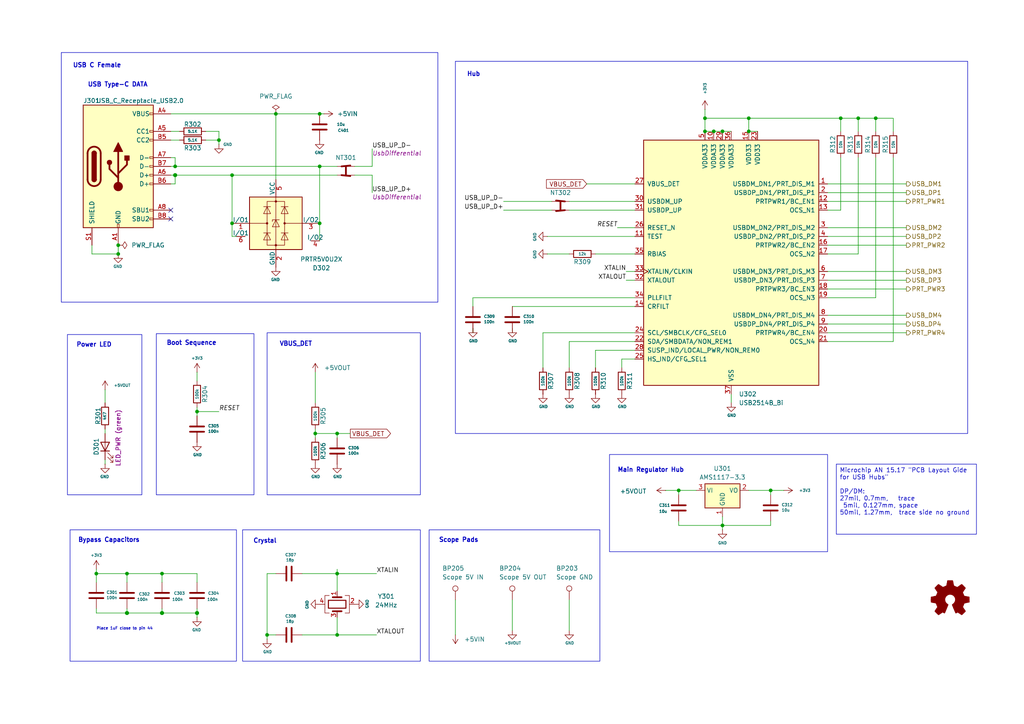
<source format=kicad_sch>
(kicad_sch (version 20250114) (generator "eeschema") (generator_version "9.0")
  (paper "A4")
  (title_block (title "Octohub4") (date "2026-01-11") (rev "0.1") (company "Hans Märki, Märki Informatik") (comment 1 "The MIT License (MIT)"))
  (lib_symbols
    (symbol "00_project_library:AMS1117-3.3"
      (property "Reference" "U" (at -3.81 3.175 0))
      (property "Value" "AMS1117-3.3" (at 0 3.175 0))
      (symbol "AMS1117-3.3_1_1"
        (pin power_in line (at -7.62 0 0) (length 2.54) (name "VI") (number "3"))
        (pin power_in line (at 0 -7.62 90) (length 2.54) (name "GND") (number "1"))
        (pin power_out line (at 7.62 0 180) (length 2.54) (name "VO") (number "2"))
      )
    )
    (symbol "00_project_library:C" (pin_numbers (hide yes)) (pin_names (offset 0.254))
      (property "Reference" "C" (at 0.635 2.54 0))
      (property "Value" "C" (at 0.635 -2.54 0))
      (symbol "C_1_1"
        (pin passive line (at 0 3.81 270) (length 2.794) (name "~") (number "1"))
        (pin passive line (at 0 -3.81 90) (length 2.794) (name "~") (number "2"))
      )
    )
    (symbol "00_project_library:HUB+5V" (power) (pin_numbers (hide yes)) (pin_names (offset 0) (hide yes))
      (property "Value" "HUB+5V" (at 0 3.556 0))
      (symbol "HUB+5V_1_1"
        (pin power_in line (at 0 0 90) (length 0) (name "~") (number "1"))
      )
    )
    (symbol "00_project_library:LED GREEN" (pin_numbers (hide yes)) (pin_names (offset 1.016) (hide yes))
      (property "Reference" "D" (at 0 2.54 0))
      (property "Value" "LED GREEN" (at 0 -2.54 0))
      (symbol "LED GREEN_1_1"
        (pin passive line (at -3.81 0 0) (length 2.54) (name "K") (number "1"))
        (pin passive line (at 3.81 0 180) (length 2.54) (name "A") (number "2"))
      )
    )
    (symbol "00_project_library:PRTR5V0U2X" (pin_names (offset 0))
      (property "Reference" "D" (at 2.794 8.636 0))
      (property "Value" "PRTR5V0U2X" (at 8.128 -9.398 0))
      (property "JLC" "C2937001" (at 0 0 0))
      (symbol "PRTR5V0U2X_1_0"
        (pin passive line (at -11.43 -3.81 0) (length 2.54) (name "I/O1") (number "6"))
        (pin passive line (at 12.7 -5.08 180) (length 2.54) (name "I/O2") (number "4"))
      )
      (symbol "PRTR5V0U2X_1_1"
        (pin passive line (at -12.7 0 0) (length 5.08) (name "I/O1") (number "1"))
        (pin passive line (at 0 12.7 270) (length 5.08) (name "VCC") (number "5"))
        (pin passive line (at 0 -12.7 90) (length 5.08) (name "GND") (number "2"))
        (pin passive line (at 12.7 0 180) (length 5.08) (name "I/O2") (number "3"))
      )
    )
    (symbol "00_project_library:USB_C_Receptacle_USB2.0" (pin_names (offset 1.016))
      (property "Reference" "J" (at -10.16 19.05 0))
      (property "Value" "USB_C_Receptacle_USB2.0" (at 19.05 19.05 0))
      (symbol "USB_C_Receptacle_USB2.0_1_1"
        (pin passive line (at -7.62 -22.86 90) (length 5.08) (name "SHIELD") (number "S1"))
        (pin passive line (at 0 -22.86 90) (length 5.08) (name "GND") (number "A1"))
        (pin passive line (at 0 -22.86 90) (length 5.08) (hide yes) (name "GND") (number "A12"))
        (pin passive line (at 0 -22.86 90) (length 5.08) (hide yes) (name "GND") (number "B1"))
        (pin passive line (at 0 -22.86 90) (length 5.08) (hide yes) (name "GND") (number "B12"))
        (pin passive line (at 15.24 15.24 180) (length 5.08) (name "VBUS") (number "A4"))
        (pin passive line (at 15.24 15.24 180) (length 5.08) (hide yes) (name "VBUS") (number "A9"))
        (pin passive line (at 15.24 15.24 180) (length 5.08) (hide yes) (name "VBUS") (number "B4"))
        (pin passive line (at 15.24 15.24 180) (length 5.08) (hide yes) (name "VBUS") (number "B9"))
        (pin bidirectional line (at 15.24 10.16 180) (length 5.08) (name "CC1") (number "A5"))
        (pin bidirectional line (at 15.24 7.62 180) (length 5.08) (name "CC2") (number "B5"))
        (pin bidirectional line (at 15.24 2.54 180) (length 5.08) (name "D-") (number "A7"))
        (pin bidirectional line (at 15.24 0 180) (length 5.08) (name "D-") (number "B7"))
        (pin bidirectional line (at 15.24 -2.54 180) (length 5.08) (name "D+") (number "A6"))
        (pin bidirectional line (at 15.24 -5.08 180) (length 5.08) (name "D+") (number "B6"))
        (pin bidirectional line (at 15.24 -12.7 180) (length 5.08) (name "SBU1") (number "A8"))
        (pin bidirectional line (at 15.24 -15.24 180) (length 5.08) (name "SBU2") (number "B8"))
      )
    )
    (symbol "00_project_library:octoprobe_NetTie_USB_Differential" (pin_numbers (hide yes)) (pin_names (offset 0) (hide yes)) (in_bom no)
      (property "Reference" "NT" (at 0 1.27 0))
      (symbol "octoprobe_NetTie_USB_Differential_1_1"
        (pin passive line (at -2.54 0 0) (length 2.54) (name "1") (number "1"))
        (pin passive line (at -2.54 -2.54 0) (length 2.54) (name "3") (number "3"))
        (pin passive line (at 2.54 0 180) (length 2.54) (name "2") (number "2"))
        (pin passive line (at 2.54 -2.54 180) (length 2.54) (name "4") (number "4"))
      )
    )
    (symbol "00_project_library:octoprobe_breakout_BP" (pin_numbers (hide yes)) (pin_names (offset 0.762) (hide yes))
      (property "Reference" "BP" (at 0 6.858 0))
      (property "Value" "octoprobe_prototype_board" (at 0 5.08 0))
      (symbol "octoprobe_breakout_BP_1_1"
        (pin passive line (at 0 0 90) (length 2.54) (name "1") (number "1"))
      )
    )
    (symbol "Device:Crystal_GND24" (pin_names (offset 1.016) (hide yes))
      (property "Reference" "Y" (at 3.175 5.08 0))
      (property "Value" "Crystal_GND24" (at 3.175 3.175 0))
      (symbol "Crystal_GND24_1_1"
        (pin passive line (at -3.81 0 0) (length 1.27) (name "1") (number "1"))
        (pin passive line (at 0 5.08 270) (length 1.27) (name "2") (number "2"))
        (pin passive line (at 0 -5.08 90) (length 1.27) (name "4") (number "4"))
        (pin passive line (at 3.81 0 180) (length 1.27) (name "3") (number "3"))
      )
    )
    (symbol "Device:R" (pin_numbers (hide yes)) (pin_names (offset 0))
      (property "Reference" "R" (at 2.032 0 90))
      (property "Value" "R" (at 0 0 90))
      (symbol "R_1_1"
        (pin passive line (at 0 3.81 270) (length 1.27) (name "~") (number "1"))
        (pin passive line (at 0 -3.81 90) (length 1.27) (name "~") (number "2"))
      )
    )
    (symbol "Graphic:Logo_Open_Hardware_Small" (in_bom no) (on_board no))
    (symbol "Interface_USB:USB2514B_Bi" (pin_names (offset 1.016))
      (property "Reference" "U" (at -17.78 40.64 0))
      (property "Value" "USB2514B_Bi" (at -20.32 38.1 0))
      (symbol "USB2514B_Bi_1_1"
        (pin input line (at -27.94 22.86 0) (length 2.54) (name "VBUS_DET") (number "27"))
        (pin bidirectional line (at -27.94 17.78 0) (length 2.54) (name "USBDM_UP") (number "30"))
        (pin bidirectional line (at -27.94 15.24 0) (length 2.54) (name "USBDP_UP") (number "31"))
        (pin input line (at -27.94 10.16 0) (length 2.54) (name "RESET_N") (number "26"))
        (pin input line (at -27.94 7.62 0) (length 2.54) (name "TEST") (number "11"))
        (pin input line (at -27.94 2.54 0) (length 2.54) (name "RBIAS") (number "35"))
        (pin input clock (at -27.94 -2.54 0) (length 2.54) (name "XTALIN/CLKIN") (number "33"))
        (pin output line (at -27.94 -5.08 0) (length 2.54) (name "XTALOUT") (number "32"))
        (pin input line (at -27.94 -10.16 0) (length 2.54) (name "PLLFILT") (number "34"))
        (pin input line (at -27.94 -12.7 0) (length 2.54) (name "CRFILT") (number "14"))
        (pin bidirectional line (at -27.94 -20.32 0) (length 2.54) (name "SCL/SMBCLK/CFG_SEL0") (number "24"))
        (pin bidirectional line (at -27.94 -22.86 0) (length 2.54) (name "SDA/SMBDATA/NON_REM1") (number "22"))
        (pin bidirectional line (at -27.94 -25.4 0) (length 2.54) (name "SUSP_IND/LOCAL_PWR/NON_REM0") (number "28"))
        (pin bidirectional line (at -27.94 -27.94 0) (length 2.54) (name "HS_IND/CFG_SEL1") (number "25"))
        (pin power_in line (at -7.62 38.1 270) (length 2.54) (name "VDDA33") (number "5"))
        (pin power_in line (at -5.08 38.1 270) (length 2.54) (name "VDDA33") (number "10"))
        (pin power_in line (at -2.54 38.1 270) (length 2.54) (name "VDDA33") (number "29"))
        (pin power_in line (at 0 38.1 270) (length 2.54) (name "VDDA33") (number "36"))
        (pin power_in line (at 0 -38.1 90) (length 2.54) (name "VSS") (number "37"))
        (pin power_in line (at 5.08 38.1 270) (length 2.54) (name "VDD33") (number "15"))
        (pin power_in line (at 7.62 38.1 270) (length 2.54) (name "VDD33") (number "23"))
        (pin bidirectional line (at 27.94 22.86 180) (length 2.54) (name "USBDM_DN1/PRT_DIS_M1") (number "1"))
        (pin bidirectional line (at 27.94 20.32 180) (length 2.54) (name "USBDP_DN1/PRT_DIS_P1") (number "2"))
        (pin bidirectional line (at 27.94 17.78 180) (length 2.54) (name "PRTPWR1/BC_EN1") (number "12"))
        (pin input line (at 27.94 15.24 180) (length 2.54) (name "OCS_N1") (number "13"))
        (pin bidirectional line (at 27.94 10.16 180) (length 2.54) (name "USBDM_DN2/PRT_DIS_M2") (number "3"))
        (pin bidirectional line (at 27.94 7.62 180) (length 2.54) (name "USBDP_DN2/PRT_DIS_P2") (number "4"))
        (pin bidirectional line (at 27.94 5.08 180) (length 2.54) (name "PRTPWR2/BC_EN2") (number "16"))
        (pin input line (at 27.94 2.54 180) (length 2.54) (name "OCS_N2") (number "17"))
        (pin bidirectional line (at 27.94 -2.54 180) (length 2.54) (name "USBDM_DN3/PRT_DIS_M3") (number "6"))
        (pin bidirectional line (at 27.94 -5.08 180) (length 2.54) (name "USBDP_DN3/PRT_DIS_P3") (number "7"))
        (pin bidirectional line (at 27.94 -7.62 180) (length 2.54) (name "PRTPWR3/BC_EN3") (number "18"))
        (pin input line (at 27.94 -10.16 180) (length 2.54) (name "OCS_N3") (number "19"))
        (pin bidirectional line (at 27.94 -15.24 180) (length 2.54) (name "USBDM_DN4/PRT_DIS_M4") (number "8"))
        (pin bidirectional line (at 27.94 -17.78 180) (length 2.54) (name "USBDP_DN4/PRT_DIS_P4") (number "9"))
        (pin bidirectional line (at 27.94 -20.32 180) (length 2.54) (name "PRTPWR4/BC_EN4") (number "20"))
        (pin input line (at 27.94 -22.86 180) (length 2.54) (name "OCS_N4") (number "21"))
      )
    )
    (symbol "power:+3V3" (power) (pin_numbers (hide yes)) (pin_names (offset 0) (hide yes))
      (property "Value" "+3V3" (at 0 3.556 0))
      (symbol "+3V3_1_1"
        (pin power_in line (at 0 0 90) (length 0) (name "~") (number "1"))
      )
    )
    (symbol "power:+5V" (power) (pin_numbers (hide yes)) (pin_names (offset 0) (hide yes))
      (property "Value" "+5V" (at 0 3.556 0))
      (symbol "+5V_1_1"
        (pin power_in line (at 0 0 90) (length 0) (name "~") (number "1"))
      )
    )
    (symbol "power:GND" (power) (pin_numbers (hide yes)) (pin_names (offset 0) (hide yes))
      (property "Value" "GND" (at 0 -3.81 0))
      (symbol "GND_1_1"
        (pin power_in line (at 0 0 270) (length 0) (name "~") (number "1"))
      )
    )
    (symbol "power:PWR_FLAG" (power) (pin_numbers (hide yes)) (pin_names (offset 0) (hide yes))
      (property "Value" "PWR_FLAG" (at 0 3.81 0))
      (symbol "PWR_FLAG_0_0"
        (pin power_out line (at 0 0 90) (length 0) (name "~") (number "1"))
      )
    )
  )
  (rectangle (start 176.784 131.826) (end 240.03 160.02))
  (rectangle (start 17.78 15.24) (end 127 87.63))
  (rectangle (start 20.32 153.67) (end 68.58 191.77))
  (rectangle (start 70.358 153.67) (end 121.92 191.77))
  (rectangle (start 124.46 153.67) (end 173.99 191.77))
  (rectangle (start 45.339 96.774) (end 73.66 143.51))
  (rectangle (start 19.558 97.028) (end 41.148 143.51))
  (rectangle (start 77.47 96.52) (end 121.92 143.51))
  (rectangle (start 132.08 17.78) (end 280.67 125.73))
  (text "Scope Pads" (at 127.254 157.48 0) (effects (font (size 1.27 1.27) (thickness 0.254) (bold yes)) (justify left bottom)))
  (text "Crystal" (at 73.406 157.734 0) (effects (font (size 1.27 1.27) (thickness 0.254) (bold yes)) (justify left bottom)))
  (text "USB Type-C DATA" (at 25.4 25.4 0) (effects (font (size 1.27 1.27) (thickness 0.254) (bold yes)) (justify left bottom)))
  (text "Place 1uF close to pin 44" (at 27.94 182.88 0) (effects (font (size 0.8 0.8)) (justify left bottom)))
  (text "Power LED" (at 22.098 100.838 0) (effects (font (size 1.27 1.27) (thickness 0.254) (bold yes)) (justify left bottom)))
  (text "Hub" (at 135.382 22.352 0) (effects (font (size 1.27 1.27) (thickness 0.254) (bold yes)) (justify left bottom)))
  (text "Bypass Capacitors" (at 22.606 157.48 0) (effects (font (size 1.27 1.27) (thickness 0.254) (bold yes)) (justify left bottom)))
  (text "USB C Female" (at 21.082 19.812 0) (effects (font (size 1.27 1.27) (thickness 0.254) (bold yes)) (justify left bottom)))
  (text "Main Regulator Hub" (at 179.07 137.16 0) (effects (font (size 1.27 1.27) (thickness 0.254) (bold yes)) (justify left bottom)))
  (text "VBUS_DET" (at 81.026 100.584 0) (effects (font (size 1.27 1.27) (thickness 0.254) (bold yes)) (justify left bottom)))
  (text "Boot Sequence" (at 48.26 100.33 0) (effects (font (size 1.27 1.27) (thickness 0.254) (bold yes)) (justify left bottom)))
  (text_box "Microchip AN 15.17 \"PCB Layout Gide for USB Hubs\"\n\nDP/DM:\n27mil, 0.7mm,   trace\n 5mil, 0.127mm, space\n50mil, 1.27mm,  trace side no ground" (at 242.57 134.62 0) (size 40.64 20.32) (margins 0.9525 0.9525 0.9525 0.9525) (effects (font (size 1.27 1.27)) (justify left top)))
  (junction (at 92.71 33.02))
  (junction (at 217.17 34.29))
  (junction (at 77.47 184.15))
  (junction (at 80.01 33.02))
  (junction (at 50.8 50.8) (diameter 1.016))
  (junction (at 254 34.29))
  (junction (at 36.83 166.37))
  (junction (at 50.8 48.26))
  (junction (at 63.5 40.64))
  (junction (at 97.79 125.73))
  (junction (at 57.15 177.8) (diameter 1.016))
  (junction (at 57.15 119.38))
  (junction (at 34.29 73.66))
  (junction (at 92.71 48.26))
  (junction (at 92.71 64.77))
  (junction (at 97.79 184.15))
  (junction (at 67.31 50.8))
  (junction (at 207.01 38.1))
  (junction (at 196.85 142.24))
  (junction (at 46.99 166.37))
  (junction (at 248.92 34.29))
  (junction (at 34.29 71.12))
  (junction (at 204.47 38.1))
  (junction (at 91.44 125.73))
  (junction (at 67.31 64.77))
  (junction (at 223.52 142.24))
  (junction (at 97.79 166.37))
  (junction (at 217.17 38.1))
  (junction (at 209.55 38.1))
  (junction (at 243.84 34.29))
  (junction (at 209.55 152.4))
  (junction (at 27.94 166.37))
  (junction (at 46.99 177.8) (diameter 1.016))
  (junction (at 204.47 34.29))
  (junction (at 36.83 177.8) (diameter 1.016))
  (no_connect (at 49.53 63.5))
  (no_connect (at 49.53 60.96))
  (wire (pts (xy 240.03 96.52) (xy 262.89 96.52)))
  (wire (pts (xy 217.17 142.24) (xy 223.52 142.24)))
  (wire (pts (xy 107.95 43.18) (xy 107.95 48.26)))
  (wire (pts (xy 30.48 133.35) (xy 30.48 134.62)))
  (wire (pts (xy 92.71 48.26) (xy 92.71 64.77)))
  (wire (pts (xy 49.53 50.8) (xy 50.8 50.8)))
  (wire (pts (xy 240.03 53.34) (xy 262.89 53.34)))
  (wire (pts (xy 27.94 166.37) (xy 36.83 166.37)))
  (wire (pts (xy 180.34 104.14) (xy 184.15 104.14)))
  (wire (pts (xy 212.09 116.84) (xy 212.09 114.3)))
  (wire (pts (xy 193.04 142.24) (xy 196.85 142.24)))
  (wire (pts (xy 27.94 176.53) (xy 27.94 177.8)))
  (wire (pts (xy 50.8 50.8) (xy 67.31 50.8)))
  (wire (pts (xy 180.34 106.68) (xy 180.34 104.14)))
  (wire (pts (xy 77.47 184.15) (xy 80.01 184.15)))
  (wire (pts (xy 207.01 38.1) (xy 209.55 38.1)))
  (wire (pts (xy 165.1 58.42) (xy 184.15 58.42)))
  (wire (pts (xy 49.53 38.1) (xy 52.07 38.1)))
  (wire (pts (xy 240.03 78.74) (xy 262.89 78.74)))
  (wire (pts (xy 259.08 34.29) (xy 254 34.29)))
  (wire (pts (xy 181.61 78.74) (xy 184.15 78.74)))
  (wire (pts (xy 165.1 99.06) (xy 184.15 99.06)))
  (wire (pts (xy 196.85 152.4) (xy 209.55 152.4)))
  (wire (pts (xy 91.44 124.46) (xy 91.44 125.73)))
  (wire (pts (xy 165.1 173.99) (xy 165.1 182.88)))
  (wire (pts (xy 240.03 99.06) (xy 259.08 99.06)))
  (wire (pts (xy 67.31 68.58) (xy 67.31 64.77)))
  (wire (pts (xy 201.93 142.24) (xy 196.85 142.24)))
  (wire (pts (xy 91.44 125.73) (xy 91.44 127)))
  (wire (pts (xy 240.03 71.12) (xy 262.89 71.12)))
  (wire (pts (xy 243.84 34.29) (xy 217.17 34.29)))
  (wire (pts (xy 36.83 176.53) (xy 36.83 177.8)))
  (wire (pts (xy 26.67 73.66) (xy 34.29 73.66)))
  (wire (pts (xy 77.47 184.15) (xy 77.47 185.42)))
  (wire (pts (xy 254 34.29) (xy 248.92 34.29)))
  (wire (pts (xy 57.15 107.95) (xy 57.15 110.49)))
  (wire (pts (xy 49.53 45.72) (xy 50.8 45.72)))
  (wire (pts (xy 217.17 34.29) (xy 204.47 34.29)))
  (wire (pts (xy 243.84 60.96) (xy 243.84 45.72)))
  (wire (pts (xy 92.71 64.77) (xy 92.71 69.85)))
  (wire (pts (xy 209.55 152.4) (xy 223.52 152.4)))
  (wire (pts (xy 91.44 107.95) (xy 91.44 116.84)))
  (wire (pts (xy 254 34.29) (xy 254 38.1)))
  (wire (pts (xy 157.48 96.52) (xy 184.15 96.52)))
  (wire (pts (xy 57.15 166.37) (xy 57.15 168.91)))
  (wire (pts (xy 91.44 125.73) (xy 97.79 125.73)))
  (wire (pts (xy 49.53 33.02) (xy 80.01 33.02)))
  (wire (pts (xy 67.31 50.8) (xy 67.31 64.77)))
  (wire (pts (xy 196.85 151.13) (xy 196.85 152.4)))
  (wire (pts (xy 59.69 40.64) (xy 63.5 40.64)))
  (wire (pts (xy 204.47 34.29) (xy 204.47 38.1)))
  (wire (pts (xy 240.03 60.96) (xy 243.84 60.96)))
  (wire (pts (xy 259.08 99.06) (xy 259.08 45.72)))
  (wire (pts (xy 26.67 71.12) (xy 26.67 73.66)))
  (wire (pts (xy 248.92 34.29) (xy 243.84 34.29)))
  (wire (pts (xy 63.5 38.1) (xy 63.5 40.64)))
  (wire (pts (xy 223.52 142.24) (xy 227.33 142.24)))
  (wire (pts (xy 97.79 165.1) (xy 97.79 166.37)))
  (wire (pts (xy 57.15 119.38) (xy 57.15 120.65)))
  (wire (pts (xy 259.08 38.1) (xy 259.08 34.29)))
  (wire (pts (xy 34.29 71.12) (xy 34.29 73.66)))
  (wire (pts (xy 148.59 88.9) (xy 184.15 88.9)))
  (wire (pts (xy 80.01 33.02) (xy 92.71 33.02)))
  (wire (pts (xy 30.48 124.46) (xy 30.48 125.73)))
  (wire (pts (xy 49.53 53.34) (xy 50.8 53.34)))
  (wire (pts (xy 217.17 34.29) (xy 217.17 38.1)))
  (wire (pts (xy 240.03 86.36) (xy 254 86.36)))
  (wire (pts (xy 97.79 184.15) (xy 109.22 184.15)))
  (wire (pts (xy 107.95 50.8) (xy 102.87 50.8)))
  (wire (pts (xy 27.94 177.8) (xy 36.83 177.8)))
  (wire (pts (xy 165.1 106.68) (xy 165.1 99.06)))
  (wire (pts (xy 172.72 101.6) (xy 172.72 106.68)))
  (wire (pts (xy 240.03 66.04) (xy 262.89 66.04)))
  (wire (pts (xy 132.08 173.99) (xy 132.08 184.15)))
  (wire (pts (xy 240.03 68.58) (xy 262.89 68.58)))
  (wire (pts (xy 209.55 152.4) (xy 209.55 153.67)))
  (wire (pts (xy 80.01 33.02) (xy 80.01 52.07)))
  (wire (pts (xy 157.48 96.52) (xy 157.48 106.68)))
  (wire (pts (xy 240.03 83.82) (xy 262.89 83.82)))
  (wire (pts (xy 97.79 125.73) (xy 97.79 127)))
  (wire (pts (xy 46.99 166.37) (xy 57.15 166.37)))
  (wire (pts (xy 240.03 55.88) (xy 262.89 55.88)))
  (wire (pts (xy 97.79 166.37) (xy 97.79 171.45)))
  (wire (pts (xy 146.05 58.42) (xy 160.02 58.42)))
  (wire (pts (xy 137.16 86.36) (xy 184.15 86.36)))
  (wire (pts (xy 107.95 55.88) (xy 107.95 50.8)))
  (wire (pts (xy 49.53 48.26) (xy 50.8 48.26)))
  (wire (pts (xy 217.17 38.1) (xy 219.71 38.1)))
  (wire (pts (xy 209.55 38.1) (xy 212.09 38.1)))
  (wire (pts (xy 36.83 166.37) (xy 36.83 168.91)))
  (wire (pts (xy 248.92 34.29) (xy 248.92 38.1)))
  (wire (pts (xy 59.69 38.1) (xy 63.5 38.1)))
  (wire (pts (xy 27.94 166.37) (xy 27.94 168.91)))
  (wire (pts (xy 196.85 142.24) (xy 196.85 143.51)))
  (wire (pts (xy 172.72 73.66) (xy 184.15 73.66)))
  (wire (pts (xy 137.16 86.36) (xy 137.16 88.9)))
  (wire (pts (xy 204.47 38.1) (xy 207.01 38.1)))
  (wire (pts (xy 97.79 166.37) (xy 109.22 166.37)))
  (wire (pts (xy 87.63 166.37) (xy 97.79 166.37)))
  (wire (pts (xy 36.83 177.8) (xy 46.99 177.8)))
  (wire (pts (xy 49.53 40.64) (xy 52.07 40.64)))
  (wire (pts (xy 63.5 40.64) (xy 63.5 41.91)))
  (wire (pts (xy 27.94 165.1) (xy 27.94 166.37)))
  (wire (pts (xy 57.15 177.8) (xy 57.15 179.07)))
  (wire (pts (xy 158.75 68.58) (xy 184.15 68.58)))
  (wire (pts (xy 57.15 118.11) (xy 57.15 119.38)))
  (wire (pts (xy 92.71 48.26) (xy 97.79 48.26)))
  (wire (pts (xy 97.79 179.07) (xy 97.79 184.15)))
  (wire (pts (xy 46.99 177.8) (xy 57.15 177.8)))
  (wire (pts (xy 77.47 166.37) (xy 80.01 166.37)))
  (wire (pts (xy 179.07 66.04) (xy 184.15 66.04)))
  (wire (pts (xy 254 86.36) (xy 254 45.72)))
  (wire (pts (xy 67.31 50.8) (xy 97.79 50.8)))
  (wire (pts (xy 67.31 68.58) (xy 68.58 68.58)))
  (wire (pts (xy 137.16 95.25) (xy 137.16 96.52)))
  (wire (pts (xy 204.47 31.75) (xy 204.47 34.29)))
  (wire (pts (xy 148.59 95.25) (xy 148.59 96.52)))
  (wire (pts (xy 57.15 119.38) (xy 63.5 119.38)))
  (wire (pts (xy 57.15 176.53) (xy 57.15 177.8)))
  (wire (pts (xy 262.89 58.42) (xy 240.03 58.42)))
  (wire (pts (xy 223.52 151.13) (xy 223.52 152.4)))
  (wire (pts (xy 50.8 53.34) (xy 50.8 50.8)))
  (wire (pts (xy 248.92 73.66) (xy 248.92 45.72)))
  (wire (pts (xy 181.61 81.28) (xy 184.15 81.28)))
  (wire (pts (xy 240.03 73.66) (xy 248.92 73.66)))
  (wire (pts (xy 107.95 48.26) (xy 102.87 48.26)))
  (wire (pts (xy 30.48 113.03) (xy 30.48 116.84)))
  (wire (pts (xy 223.52 142.24) (xy 223.52 143.51)))
  (wire (pts (xy 146.05 60.96) (xy 160.02 60.96)))
  (wire (pts (xy 46.99 176.53) (xy 46.99 177.8)))
  (wire (pts (xy 170.18 53.34) (xy 184.15 53.34)))
  (wire (pts (xy 240.03 91.44) (xy 262.89 91.44)))
  (wire (pts (xy 36.83 166.37) (xy 46.99 166.37)))
  (wire (pts (xy 209.55 149.86) (xy 209.55 152.4)))
  (wire (pts (xy 46.99 166.37) (xy 46.99 168.91)))
  (wire (pts (xy 148.59 173.99) (xy 148.59 182.88)))
  (wire (pts (xy 77.47 166.37) (xy 77.47 184.15)))
  (wire (pts (xy 240.03 81.28) (xy 262.89 81.28)))
  (wire (pts (xy 165.1 60.96) (xy 184.15 60.96)))
  (wire (pts (xy 50.8 48.26) (xy 92.71 48.26)))
  (wire (pts (xy 158.75 73.66) (xy 165.1 73.66)))
  (wire (pts (xy 243.84 34.29) (xy 243.84 38.1)))
  (wire (pts (xy 50.8 45.72) (xy 50.8 48.26)))
  (wire (pts (xy 87.63 184.15) (xy 97.79 184.15)))
  (wire (pts (xy 240.03 93.98) (xy 262.89 93.98)))
  (wire (pts (xy 92.71 33.02) (xy 93.98 33.02)))
  (wire (pts (xy 172.72 101.6) (xy 184.15 101.6)))
  (wire (pts (xy 101.6 125.73) (xy 97.79 125.73)))
  (label "USB_UP_D+" (at 146.05 60.96 180))
  (label "USB_UP_D+" (at 107.95 55.88 0) (property "Netclass" "UsbDifferential" (at 107.95 57.15 0) (effects (font (italic yes)) (justify left))))
  (label "XTALOUT" (at 181.61 81.28 180))
  (label "RESET" (at 179.07 66.04 180) (effects (font (italic yes))))
  (label "XTALIN" (at 181.61 78.74 180))
  (label "USB_UP_D-" (at 107.95 43.18 0) (property "Netclass" "UsbDifferential" (at 107.95 44.45 0) (effects (font (italic yes)) (justify left))))
  (label "XTALOUT" (at 109.22 184.15 0))
  (label "RESET" (at 63.5 119.38 0) (effects (font (italic yes))))
  (label "XTALIN" (at 109.22 166.37 0))
  (label "USB_UP_D-" (at 146.05 58.42 180))
  (global_label "VBUS_DET" (shape output) (at 101.6 125.73 0) (property "Intersheetrefs" "${INTERSHEET_REFS}" (effects (hide yes))))
  (global_label "VBUS_DET" (shape input) (at 170.18 53.34 180) (property "Intersheetrefs" "${INTERSHEET_REFS}" (effects (hide yes))))
  (hierarchical_label "USB_DM1" (shape output) (at 262.89 53.34 0))
  (hierarchical_label "USB_DP3" (shape output) (at 262.89 81.28 0))
  (hierarchical_label "PRT_PWR2" (shape output) (at 262.89 71.12 0))
  (hierarchical_label "USB_DP1" (shape output) (at 262.89 55.88 0))
  (hierarchical_label "USB_DM2" (shape output) (at 262.89 66.04 0))
  (hierarchical_label "PRT_PWR1" (shape output) (at 262.89 58.42 0))
  (hierarchical_label "USB_DP2" (shape output) (at 262.89 68.58 0))
  (hierarchical_label "USB_DM3" (shape output) (at 262.89 78.74 0))
  (hierarchical_label "USB_DP4" (shape output) (at 262.89 93.98 0))
  (hierarchical_label "PRT_PWR4" (shape output) (at 262.89 96.52 0))
  (hierarchical_label "PRT_PWR3" (shape output) (at 262.89 83.82 0))
  (hierarchical_label "USB_DM4" (shape output) (at 262.89 91.44 0))
  (symbol (lib_id "power:GND") (at 180.34 114.3 0) (unit 1)
    (property "Reference" "#PWR0324" (effects (hide yes)))
    (property "Value" "GND" (at 180.467 117.9322 0) (effects (font (size 0.8 0.8))))
    (property "Description" "Power symbol creates a global label with name \"GND\" , ground" (effects (hide yes)))
  )
  (symbol (lib_id "Device:R") (at 254 41.91 0) (unit 1)
    (property "Reference" "R314" (at 251.714 41.91 90))
    (property "Value" "10k" (at 254 41.91 90) (effects (font (size 0.8 0.8))))
    (property "Footprint" "Resistor_SMD:R_0402_1005Metric" (effects (hide yes)))
    (instances (project "pcb_octohub" (path "" (reference "R314") (unit 1))) (project "pcb_octohub" (path "" (reference "R1109") (unit 1))))
  )
  (symbol (lib_id "power:+3V3") (at 27.94 165.1 0) (unit 1)
    (property "Reference" "#PWR0301" (effects (hide yes)))
    (property "Value" "+3V3" (at 27.94 161.036 0) (effects (font (size 0.8 0.8))))
    (property "Description" "Power symbol creates a global label with name \"+3V3\"" (effects (hide yes)))
  )
  (symbol (lib_id "power:GND") (at 102.87 175.26 90) (unit 1)
    (property "Reference" "#PWR0316" (effects (hide yes)))
    (property "Value" "GND" (at 106.5022 175.133 0) (effects (font (size 0.8 0.8))))
    (property "Description" "Power symbol creates a global label with name \"GND\" , ground" (effects (hide yes)))
    (instances (project "pcb_octohub" (path "" (reference "#PWR0316") (unit 1))) (project "pcb_octohub" (path "" (reference "#PWR01106") (unit 1))))
  )
  (symbol (lib_id "00_project_library:C") (at 196.85 147.32 0) (unit 1)
    (property "Reference" "C311" (at 191.135 146.5326 0) (effects (font (size 0.8 0.8)) (justify left)))
    (property "Value" "10u" (at 191.135 148.336 0) (effects (font (size 0.8 0.8)) (justify left)))
    (property "Footprint" "Capacitor_SMD:C_0603_1608Metric" (effects (hide yes)))
  )
  (symbol (lib_id "00_project_library:HUB+5V") (at 93.98 33.02 270) (unit 1)
    (property "Reference" "#PWR0313" (effects (hide yes)))
    (property "Value" "+5VIN" (at 97.79 33.0199 90) (effects (justify left)))
    (property "Description" "Power symbol creates a global label with name \"+5V\"" (effects (hide yes)))
  )
  (symbol (lib_id "power:GND") (at 57.15 179.07 0) (unit 1)
    (property "Reference" "#PWR0305" (effects (hide yes)))
    (property "Value" "GND" (at 57.023 182.7022 0) (effects (font (size 0.8 0.8))))
    (property "Description" "Power symbol creates a global label with name \"GND\" , ground" (effects (hide yes)))
    (instances (project "pcb_octohub" (path "" (reference "#PWR0305") (unit 1))) (project "pcb_octohub" (path "" (reference "#PWR01104") (unit 1))))
  )
  (symbol (lib_id "power:GND") (at 63.5 41.91 0) (unit 1)
    (property "Reference" "#PWR0308" (effects (hide yes)))
    (property "Value" "GND" (at 66.04 41.91 0) (effects (font (size 0.8 0.8))))
    (property "Description" "Power symbol creates a global label with name \"GND\" , ground" (effects (hide yes)))
  )
  (symbol (lib_id "00_project_library:C") (at 27.94 172.72 0) (unit 1)
    (property "Reference" "C301" (at 30.861 171.8056 0) (effects (font (size 0.8 0.8)) (justify left)))
    (property "Value" "100n" (at 30.861 173.355 0) (effects (font (size 0.8 0.8)) (justify left)))
    (property "Footprint" "Capacitor_SMD:C_0402_1005Metric" (effects (hide yes)))
    (property "JLC" "C1525" (effects (hide yes)))
    (instances (project "pcb_octohub" (path "" (reference "C301") (unit 1))) (project "pcb_octohub" (path "" (reference "C1101") (unit 1))))
  )
  (symbol (lib_id "power:+3V3") (at 57.15 107.95 0) (unit 1)
    (property "Reference" "#PWR0306" (effects (hide yes)))
    (property "Value" "+3V3" (at 57.15 103.886 0) (effects (font (size 0.8 0.8))))
    (property "Description" "Power symbol creates a global label with name \"+3V3\"" (effects (hide yes)))
    (instances (project "pcb_octohub" (path "" (reference "#PWR0306") (unit 1))) (project "pcb_octohub" (path "" (reference "#PWR01102") (unit 1))))
  )
  (symbol (lib_id "Device:Crystal_GND24") (at 97.79 175.26 270) (unit 1)
    (property "Reference" "Y301" (at 112.014 172.974 90))
    (property "Value" "24MHz" (at 112.014 175.514 90))
    (property "Footprint" "Crystal:Crystal_SMD_3225-4Pin_3.2x2.5mm" (effects (hide yes)))
    (property "Datasheet" "https://wmsc.lcsc.com/wmsc/upload/file/pdf/v2/lcsc/2403291504_YXC-X322524MOB4SI_C70590.pdf" (effects (hide yes)))
    (property "Description" "Four pin crystal, GND on pins 2 and 4" (effects (hide yes)))
    (property "JLC" "C70590" (effects (hide yes)))
    (instances (project "pcb_octohub" (path "" (reference "Y301") (unit 1))) (project "pcb_octohub" (path "" (reference "Y1101") (unit 1))))
  )
  (symbol (lib_id "Interface_USB:USB2514B_Bi") (at 212.09 76.2 0) (unit 1)
    (property "Reference" "U302" (at 214.2841 114.3 0) (effects (justify left)))
    (property "Value" "USB2514B_Bi" (at 214.2841 116.84 0) (effects (justify left)))
    (property "Footprint" "Package_DFN_QFN:Texas_RHH0036C_VQFN-36-1EP_6x6mm_P0.5mm_EP4.4x4.4mm_ThermalVias" (effects (hide yes)))
    (property "Datasheet" "http://ww1.microchip.com/downloads/en/DeviceDoc/00001692C.pdf" (effects (hide yes)))
    (property "Description" "USB 2.0 Hi-Speed Hub Controller" (effects (hide yes)))
    (property "JLC" "C16251" (effects (hide yes)))
    (instances (project "pcb_octohub" (path "" (reference "U302") (unit 1))) (project "pcb_octohub" (path "" (reference "U1101") (unit 1))))
  )
  (symbol (lib_id "Device:R") (at 91.44 130.81 180) (unit 1)
    (property "Reference" "R306" (at 93.726 130.81 90))
    (property "Value" "100k" (at 91.44 130.81 90) (effects (font (size 0.8 0.8))))
    (property "Footprint" "Resistor_SMD:R_0402_1005Metric" (effects (hide yes)))
  )
  (symbol (lib_id "00_project_library:C") (at 46.99 172.72 0) (unit 1)
    (property "Reference" "C303" (at 50.419 172.0596 0) (effects (font (size 0.8 0.8)) (justify left)))
    (property "Value" "100n" (at 49.911 173.863 0) (effects (font (size 0.8 0.8)) (justify left)))
    (property "Footprint" "Capacitor_SMD:C_0402_1005Metric" (effects (hide yes)))
    (property "JLC" "C1525" (effects (hide yes)))
    (instances (project "pcb_octohub" (path "" (reference "C303") (unit 1))) (project "pcb_octohub" (path "" (reference "C1104") (unit 1))))
  )
  (symbol (lib_id "power:GND") (at 157.48 114.3 0) (unit 1)
    (property "Reference" "#PWR0319" (effects (hide yes)))
    (property "Value" "GND" (at 157.607 117.9322 0) (effects (font (size 0.8 0.8))))
    (property "Description" "Power symbol creates a global label with name \"GND\" , ground" (effects (hide yes)))
    (instances (project "pcb_octohub" (path "" (reference "#PWR0319") (unit 1))) (project "pcb_octohub" (path "" (reference "#PWR01111") (unit 1))))
  )
  (symbol (lib_id "power:GND") (at 57.15 128.27 0) (unit 1)
    (property "Reference" "#PWR0307" (effects (hide yes)))
    (property "Value" "GND" (at 57.277 131.9022 0) (effects (font (size 0.8 0.8))))
    (property "Description" "Power symbol creates a global label with name \"GND\" , ground" (effects (hide yes)))
    (instances (project "pcb_octohub" (path "" (reference "#PWR0307") (unit 1))) (project "pcb_octohub" (path "" (reference "#PWR01103") (unit 1))))
  )
  (symbol (lib_id "Device:R") (at 30.48 120.65 180) (unit 1)
    (property "Reference" "R301" (at 28.448 120.65 90))
    (property "Value" "4K7" (at 30.3784 120.65 90) (effects (font (size 0.8 0.8))))
    (property "Footprint" "Resistor_SMD:R_0805_2012Metric" (effects (hide yes)))
  )
  (symbol (lib_id "00_project_library:HUB+5V") (at 91.44 107.95 0) (unit 1)
    (property "Reference" "#PWR0310" (effects (hide yes)))
    (property "Value" "+5VOUT" (at 93.98 106.6799 0) (effects (justify left)))
    (property "Description" "Power symbol creates a global label with name \"+5V\"" (effects (hide yes)))
  )
  (symbol (lib_id "00_project_library:octoprobe_NetTie_USB_Differential") (at 100.33 48.26 0) (unit 1) (in_bom no)
    (property "Reference" "NT301" (at 100.33 45.72 0))
    (property "Value" "octoprobe_NetTie_USB_Differential" (effects (hide yes)))
    (property "Footprint" "00_project_library:octoprobe_NetTie_USB_Differential" (effects (hide yes)))
    (property "Description" "Net tie, 4 pins" (effects (hide yes)))
  )
  (symbol (lib_id "power:GND") (at 97.79 134.62 0) (unit 1)
    (property "Reference" "#PWR0314" (effects (hide yes)))
    (property "Value" "GND" (at 97.917 138.2522 0) (effects (font (size 0.8 0.8))))
    (property "Description" "Power symbol creates a global label with name \"GND\" , ground" (effects (hide yes)))
  )
  (symbol (lib_id "00_project_library:octoprobe_NetTie_USB_Differential") (at 162.56 60.96 180) (unit 1) (in_bom no)
    (property "Reference" "NT302" (at 162.56 55.88 0))
    (property "Value" "octoprobe_NetTie_USB_Differential" (effects (hide yes)))
    (property "Footprint" "00_project_library:octoprobe_NetTie_USB_Differential" (effects (hide yes)))
    (property "Description" "Net tie, 4 pins" (effects (hide yes)))
  )
  (symbol (lib_id "00_project_library:USB_C_Receptacle_USB2.0") (at 34.29 48.26 0) (unit 1)
    (property "Reference" "J301" (at 24.13 29.21 0) (effects (justify left)))
    (property "Value" "USB_C_Receptacle_USB2.0" (at 53.34 29.21 0) (effects (justify right)))
    (property "Footprint" "00_project_library:USB_C_Receptacle_Palconn_UTC16-G" (effects (hide yes)))
    (property "Datasheet" "https://www.usb.org/sites/default/files/documents/usb_type-c.zip" (effects (hide yes)))
    (property "Description" "USB 2.0-only Type-C Receptacle connector" (effects (hide yes)))
    (property "JLC" "C165948" (effects (hide yes)))
    (property "DigiKey" "https://www.digikey.com/en/products/detail/gct/USB4105-GF-A/11198441" (effects (hide yes)))
    (property "Digikey" "https://www.digikey.com/en/products/detail/gct/USB4105-GF-A/11198441" (effects (hide yes)))
  )
  (symbol (lib_id "power:+5V") (at 132.08 184.15 180) (unit 1)
    (property "Reference" "#PWR0203" (effects (hide yes)))
    (property "Value" "+5VIN" (at 134.62 185.4199 0) (effects (justify right)))
    (property "Description" "Power symbol creates a global label with name \"+5V\"" (effects (hide yes)))
  )
  (symbol (lib_id "power:GND") (at 92.71 40.64 0) (unit 1)
    (property "Reference" "#PWR0402" (effects (hide yes)))
    (property "Value" "GND" (at 92.583 44.2722 0) (effects (font (size 0.8 0.8))))
    (property "Description" "Power symbol creates a global label with name \"GND\" , ground" (effects (hide yes)))
  )
  (symbol (lib_id "power:GND") (at 34.29 73.66 0) (unit 1)
    (property "Reference" "#PWR0304" (effects (hide yes)))
    (property "Value" "GND" (at 34.163 77.2922 0) (effects (font (size 0.8 0.8))))
    (property "Description" "Power symbol creates a global label with name \"GND\" , ground" (effects (hide yes)))
  )
  (symbol (lib_id "00_project_library:C") (at 57.15 124.46 0) (unit 1)
    (property "Reference" "C305" (at 60.325 123.5456 0) (effects (font (size 0.8 0.8)) (justify left)))
    (property "Value" "100n" (at 60.325 125.095 0) (effects (font (size 0.8 0.8)) (justify left)))
    (property "Footprint" "Capacitor_SMD:C_0402_1005Metric" (effects (hide yes)))
    (property "JLC" "C1525" (effects (hide yes)))
    (instances (project "pcb_octohub" (path "" (reference "C305") (unit 1))) (project "pcb_octohub" (path "" (reference "C1102") (unit 1))))
  )
  (symbol (lib_id "power:GND") (at 209.55 153.67 0) (unit 1)
    (property "Reference" "#PWR0327" (effects (hide yes)))
    (property "Value" "GND" (at 209.55 157.48 0) (effects (font (size 0.8 0.8))))
    (property "Description" "Power symbol creates a global label with name \"GND\" , ground" (effects (hide yes)))
  )
  (symbol (lib_id "power:GND") (at 80.01 77.47 0) (unit 1)
    (property "Reference" "#PWR0309" (effects (hide yes)))
    (property "Value" "GND" (at 79.883 81.1022 0) (effects (font (size 0.8 0.8))))
    (property "Description" "Power symbol creates a global label with name \"GND\" , ground" (effects (hide yes)))
  )
  (symbol (lib_id "00_project_library:LED GREEN") (at 30.48 129.54 90) (unit 1)
    (property "Reference" "D301" (at 27.94 129.54 0))
    (property "Value" "green" (effects (hide yes)))
    (property "Footprint" "LED_SMD:LED_0805_2012Metric" (effects (hide yes)))
    (property "JLC" "C2297" (effects (hide yes)))
    (property "Label" "LED_PWR (green)" (at 34.29 127 0))
  )
  (symbol (lib_id "00_project_library:C") (at 97.79 130.81 0) (unit 1)
    (property "Reference" "C306" (at 100.965 129.8956 0) (effects (font (size 0.8 0.8)) (justify left)))
    (property "Value" "100n" (at 100.965 131.445 0) (effects (font (size 0.8 0.8)) (justify left)))
    (property "Footprint" "Capacitor_SMD:C_0402_1005Metric" (effects (hide yes)))
    (property "JLC" "C1525" (effects (hide yes)))
  )
  (symbol (lib_id "Device:R") (at 157.48 110.49 180) (unit 1)
    (property "Reference" "R307" (at 159.766 110.49 90))
    (property "Value" "100k" (at 157.48 110.49 90) (effects (font (size 0.8 0.8))))
    (property "Footprint" "Resistor_SMD:R_0402_1005Metric" (effects (hide yes)))
    (instances (project "pcb_octohub" (path "" (reference "R307") (unit 1))) (project "pcb_octohub" (path "" (reference "R1102") (unit 1))))
  )
  (symbol (lib_id "power:PWR_FLAG") (at 34.29 71.12 270) (unit 1)
    (property "Reference" "#FLG0301" (effects (hide yes)))
    (property "Value" "PWR_FLAG" (at 38.1 71.1199 90) (effects (justify left)))
    (property "Description" "Special symbol for telling ERC where power comes from" (effects (hide yes)))
  )
  (symbol (lib_id "power:GND") (at 158.75 68.58 270) (unit 1)
    (property "Reference" "#PWR0320" (effects (hide yes)))
    (property "Value" "GND" (at 155.1178 68.707 0) (effects (font (size 0.8 0.8))))
    (property "Description" "Power symbol creates a global label with name \"GND\" , ground" (effects (hide yes)))
    (instances (project "pcb_octohub" (path "" (reference "#PWR0320") (unit 1))) (project "pcb_octohub" (path "" (reference "#PWR01112") (unit 1))))
  )
  (symbol (lib_id "Device:R") (at 172.72 110.49 180) (unit 1)
    (property "Reference" "R310" (at 175.006 110.49 90))
    (property "Value" "100k" (at 172.72 110.49 90) (effects (font (size 0.8 0.8))))
    (property "Footprint" "Resistor_SMD:R_0402_1005Metric" (effects (hide yes)))
    (instances (project "pcb_octohub" (path "" (reference "R310") (unit 1))) (project "pcb_octohub" (path "" (reference "R1105") (unit 1))))
  )
  (symbol (lib_id "00_project_library:octoprobe_breakout_BP") (at 165.1 173.99 0) (unit 1) (in_bom no)
    (property "Reference" "BP203" (at 161.29 164.846 0) (effects (justify left)))
    (property "Value" "Scope GND" (at 161.29 167.386 0) (effects (justify left)))
    (property "Footprint" "00_project_library:octoprobe_breakout_PB" (effects (hide yes)))
    (property "Datasheet" "https://www.roth-elektronik.com/de/produkte/detail/artnr/RE233-LF/category/Laborkarten+Dual+Inline" (effects (hide yes)))
    (property "Description" "Octoprobe Prototype Board" (effects (hide yes)))
  )
  (symbol (lib_id "00_project_library:HUB+5V") (at 30.48 113.03 0) (unit 1)
    (property "Reference" "#PWR0302" (effects (hide yes)))
    (property "Value" "+5VOUT" (at 33.02 111.76 0) (effects (font (size 0.8 0.8)) (justify left)))
    (property "Description" "Power symbol creates a global label with name \"+3V3\"" (effects (hide yes)))
  )
  (symbol (lib_id "power:GND") (at 212.09 116.84 0) (unit 1)
    (property "Reference" "#PWR0328" (effects (hide yes)))
    (property "Value" "GND" (at 212.217 120.4722 0) (effects (font (size 0.8 0.8))))
    (property "Description" "Power symbol creates a global label with name \"GND\" , ground" (effects (hide yes)))
    (instances (project "pcb_octohub" (path "" (reference "#PWR0328") (unit 1))) (project "pcb_octohub" (path "" (reference "#PWR01118") (unit 1))))
  )
  (symbol (lib_id "power:GND") (at 148.59 182.88 0) (unit 1)
    (property "Reference" "#PWR0201" (effects (hide yes)))
    (property "Value" "+5VOUT" (at 148.717 186.5122 0) (effects (font (size 0.8 0.8))))
    (property "Description" "Power symbol creates a global label with name \"GND\" , ground" (effects (hide yes)))
  )
  (symbol (lib_id "00_project_library:C") (at 36.83 172.72 0) (unit 1)
    (property "Reference" "C302" (at 40.259 172.3136 0) (effects (font (size 0.8 0.8)) (justify left)))
    (property "Value" "100n" (at 39.751 173.863 0) (effects (font (size 0.8 0.8)) (justify left)))
    (property "Footprint" "Capacitor_SMD:C_0402_1005Metric" (effects (hide yes)))
    (property "JLC" "C1525" (effects (hide yes)))
    (instances (project "pcb_octohub" (path "" (reference "C302") (unit 1))) (project "pcb_octohub" (path "" (reference "C1103") (unit 1))))
  )
  (symbol (lib_id "power:GND") (at 148.59 95.25 0) (unit 1)
    (property "Reference" "#PWR0318" (effects (hide yes)))
    (property "Value" "GND" (at 148.717 98.8822 0) (effects (font (size 0.8 0.8))))
    (property "Description" "Power symbol creates a global label with name \"GND\" , ground" (effects (hide yes)))
    (instances (project "pcb_octohub" (path "" (reference "#PWR0318") (unit 1))) (project "pcb_octohub" (path "" (reference "#PWR01110") (unit 1))))
  )
  (symbol (lib_id "Device:R") (at 180.34 110.49 180) (unit 1)
    (property "Reference" "R311" (at 182.626 110.49 90))
    (property "Value" "100k" (at 180.34 110.49 90) (effects (font (size 0.8 0.8))))
    (property "Footprint" "Resistor_SMD:R_0402_1005Metric" (effects (hide yes)))
    (instances (project "pcb_octohub" (path "" (reference "R311") (unit 1))) (project "pcb_octohub" (path "" (reference "R1106") (unit 1))))
  )
  (symbol (lib_id "power:+3V3") (at 227.33 142.24 270) (unit 1)
    (property "Reference" "#PWR0330" (effects (hide yes)))
    (property "Value" "+3V3" (at 233.426 142.24 90) (effects (font (size 0.8 0.8))))
    (property "Description" "Power symbol creates a global label with name \"+3V3\"" (effects (hide yes)))
  )
  (symbol (lib_id "power:PWR_FLAG") (at 80.01 33.02 0) (unit 1)
    (property "Reference" "#FLG0302" (effects (hide yes)))
    (property "Value" "PWR_FLAG" (at 80.01 27.94 0))
    (property "Description" "Special symbol for telling ERC where power comes from" (effects (hide yes)))
  )
  (symbol (lib_id "power:GND") (at 165.1 182.88 0) (unit 1)
    (property "Reference" "#PWR0240" (effects (hide yes)))
    (property "Value" "GND" (at 165.227 186.5122 0) (effects (font (size 0.8 0.8))))
    (property "Description" "Power symbol creates a global label with name \"GND\" , ground" (effects (hide yes)))
  )
  (symbol (lib_id "power:GND") (at 77.47 185.42 0) (unit 1)
    (property "Reference" "#PWR0312" (effects (hide yes)))
    (property "Value" "GND" (at 77.597 189.0522 0) (effects (font (size 0.8 0.8))))
    (property "Description" "Power symbol creates a global label with name \"GND\" , ground" (effects (hide yes)))
    (instances (project "pcb_octohub" (path "" (reference "#PWR0312") (unit 1))) (project "pcb_octohub" (path "" (reference "#PWR01108") (unit 1))))
  )
  (symbol (lib_id "Graphic:Logo_Open_Hardware_Small") (at 275.59 173.99 0) (unit 1) (exclude_from_sim yes) (in_bom no) (on_board no)
    (property "Reference" "#SYM301" (effects (hide yes)))
    (property "Value" "Logo_Open_Hardware_Small" (effects (hide yes)))
    (property "Description" "Open Hardware logo, small" (effects (hide yes)))
  )
  (symbol (lib_id "00_project_library:C") (at 223.52 147.32 0) (unit 1)
    (property "Reference" "C312" (at 226.695 146.4056 0) (effects (font (size 0.8 0.8)) (justify left)))
    (property "Value" "10u" (at 226.695 147.955 0) (effects (font (size 0.8 0.8)) (justify left)))
    (property "Footprint" "Capacitor_SMD:C_0603_1608Metric" (effects (hide yes)))
  )
  (symbol (lib_id "power:GND") (at 172.72 114.3 0) (unit 1)
    (property "Reference" "#PWR0323" (effects (hide yes)))
    (property "Value" "GND" (at 172.847 117.9322 0) (effects (font (size 0.8 0.8))))
    (property "Description" "Power symbol creates a global label with name \"GND\" , ground" (effects (hide yes)))
    (instances (project "pcb_octohub" (path "" (reference "#PWR0323") (unit 1))) (project "pcb_octohub" (path "" (reference "#PWR01115") (unit 1))))
  )
  (symbol (lib_id "Device:R") (at 243.84 41.91 0) (unit 1)
    (property "Reference" "R312" (at 241.554 41.91 90))
    (property "Value" "10k" (at 243.84 41.91 90) (effects (font (size 0.8 0.8))))
    (property "Footprint" "Resistor_SMD:R_0402_1005Metric" (effects (hide yes)))
    (instances (project "pcb_octohub" (path "" (reference "R312") (unit 1))) (project "pcb_octohub" (path "" (reference "R1107") (unit 1))))
  )
  (symbol (lib_id "power:+5V") (at 193.04 142.24 90) (unit 1)
    (property "Reference" "#PWR0325" (effects (hide yes)))
    (property "Value" "+5VOUT" (at 183.642 142.494 90))
    (property "Description" "Power symbol creates a global label with name \"+5V\"" (effects (hide yes)))
  )
  (symbol (lib_id "Device:R") (at 165.1 110.49 180) (unit 1)
    (property "Reference" "R308" (at 167.386 110.49 90))
    (property "Value" "100k" (at 165.1 110.49 90) (effects (font (size 0.8 0.8))))
    (property "Footprint" "Resistor_SMD:R_0402_1005Metric" (effects (hide yes)))
    (instances (project "pcb_octohub" (path "" (reference "R308") (unit 1))) (project "pcb_octohub" (path "" (reference "R1103") (unit 1))))
  )
  (symbol (lib_id "Device:R") (at 259.08 41.91 0) (unit 1)
    (property "Reference" "R315" (at 256.794 41.91 90))
    (property "Value" "10k" (at 259.08 41.91 90) (effects (font (size 0.8 0.8))))
    (property "Footprint" "Resistor_SMD:R_0402_1005Metric" (effects (hide yes)))
    (instances (project "pcb_octohub" (path "" (reference "R315") (unit 1))) (project "pcb_octohub" (path "" (reference "R1110") (unit 1))))
  )
  (symbol (lib_id "00_project_library:octoprobe_breakout_BP") (at 132.08 173.99 0) (unit 1) (in_bom no)
    (property "Reference" "BP205" (at 128.27 164.846 0) (effects (justify left)))
    (property "Value" "Scope 5V IN" (at 128.27 167.386 0) (effects (justify left)))
    (property "Footprint" "00_project_library:octoprobe_breakout_PB" (effects (hide yes)))
    (property "Datasheet" "https://www.roth-elektronik.com/de/produkte/detail/artnr/RE233-LF/category/Laborkarten+Dual+Inline" (effects (hide yes)))
    (property "Description" "Octoprobe Prototype Board" (effects (hide yes)))
  )
  (symbol (lib_id "Device:R") (at 55.88 38.1 90) (unit 1)
    (property "Reference" "R302" (at 55.88 36.068 90))
    (property "Value" "5.1K" (at 55.88 38.1 90) (effects (font (size 0.8 0.8))))
    (property "Footprint" "Resistor_SMD:R_0402_1005Metric" (effects (hide yes)))
  )
  (symbol (lib_id "00_project_library:C") (at 137.16 92.71 0) (unit 1)
    (property "Reference" "C309" (at 140.335 91.7956 0) (effects (font (size 0.8 0.8)) (justify left)))
    (property "Value" "100n" (at 140.335 93.345 0) (effects (font (size 0.8 0.8)) (justify left)))
    (property "Footprint" "Capacitor_SMD:C_0402_1005Metric" (effects (hide yes)))
    (property "JLC" "C1525" (effects (hide yes)))
    (instances (project "pcb_octohub" (path "" (reference "C309") (unit 1))) (project "pcb_octohub" (path "" (reference "C1108") (unit 1))))
  )
  (symbol (lib_id "power:GND") (at 92.71 175.26 270) (unit 1)
    (property "Reference" "#PWR0315" (effects (hide yes)))
    (property "Value" "GND" (at 89.0778 175.387 0) (effects (font (size 0.8 0.8))))
    (property "Description" "Power symbol creates a global label with name \"GND\" , ground" (effects (hide yes)))
    (instances (project "pcb_octohub" (path "" (reference "#PWR0315") (unit 1))) (project "pcb_octohub" (path "" (reference "#PWR01107") (unit 1))))
  )
  (symbol (lib_id "power:+3V3") (at 204.47 31.75 0) (unit 1)
    (property "Reference" "#PWR0326" (effects (hide yes)))
    (property "Value" "+3V3" (at 204.47 25.654 90) (effects (font (size 0.8 0.8))))
    (property "Description" "Power symbol creates a global label with name \"+3V3\"" (effects (hide yes)))
    (instances (project "pcb_octohub" (path "" (reference "#PWR0326") (unit 1))) (project "pcb_octohub" (path "" (reference "#PWR01117") (unit 1))))
  )
  (symbol (lib_id "00_project_library:PRTR5V0U2X") (at 80.01 64.77 0) (unit 1)
    (property "Reference" "D302" (at 93.218 77.724 0))
    (property "Value" "PRTR5V0U2X" (at 93.218 75.184 0))
    (property "Footprint" "Package_SON:Texas_USON-6_1x1.45mm_P0.5mm_SMD" (effects (hide yes)))
    (property "Datasheet" "https://wmsc.lcsc.com/wmsc/upload/file/pdf/v2/lcsc/2201121800_TECH-PUBLIC-PRTR5V0U2F_C2937001.pdf" (effects (hide yes)))
    (property "Description" "Ultra low capacitance double rail-to-rail ESD protection diode, SON-6(1x1.5)" (effects (hide yes)))
    (property "JLC" "C2937001" (effects (hide yes)))
  )
  (symbol (lib_id "00_project_library:octoprobe_breakout_BP") (at 148.59 173.99 0) (unit 1) (in_bom no)
    (property "Reference" "BP204" (at 144.78 164.846 0) (effects (justify left)))
    (property "Value" "Scope 5V OUT" (at 144.78 167.386 0) (effects (justify left)))
    (property "Footprint" "00_project_library:octoprobe_breakout_PB" (effects (hide yes)))
    (property "Datasheet" "https://www.roth-elektronik.com/de/produkte/detail/artnr/RE233-LF/category/Laborkarten+Dual+Inline" (effects (hide yes)))
    (property "Description" "Octoprobe Prototype Board" (effects (hide yes)))
  )
  (symbol (lib_id "00_project_library:C") (at 83.82 184.15 270) (unit 1)
    (property "Reference" "C308" (at 82.7024 178.689 90) (effects (font (size 0.8 0.8)) (justify left)))
    (property "Value" "18p" (at 82.931 180.213 90) (effects (font (size 0.8 0.8)) (justify left)))
    (property "Footprint" "Capacitor_SMD:C_0805_2012Metric" (effects (hide yes)))
    (property "Datasheet" "https://wmsc.lcsc.com/wmsc/upload/file/pdf/v2/lcsc/2304140030_FH--Guangdong-Fenghua-Advanced-Tech-0805CG180J500NT_C1797.pdf" (effects (hide yes)))
    (property "JLC" "C1797" (effects (hide yes)))
    (instances (project "pcb_octohub" (path "" (reference "C308") (unit 1))) (project "pcb_octohub" (path "" (reference "C1107") (unit 1))))
  )
  (symbol (lib_id "power:GND") (at 91.44 134.62 0) (unit 1)
    (property "Reference" "#PWR0311" (effects (hide yes)))
    (property "Value" "GND" (at 91.567 138.2522 0) (effects (font (size 0.8 0.8))))
    (property "Description" "Power symbol creates a global label with name \"GND\" , ground" (effects (hide yes)))
  )
  (symbol (lib_id "power:GND") (at 137.16 95.25 0) (unit 1)
    (property "Reference" "#PWR0317" (effects (hide yes)))
    (property "Value" "GND" (at 137.287 98.8822 0) (effects (font (size 0.8 0.8))))
    (property "Description" "Power symbol creates a global label with name \"GND\" , ground" (effects (hide yes)))
    (instances (project "pcb_octohub" (path "" (reference "#PWR0317") (unit 1))) (project "pcb_octohub" (path "" (reference "#PWR01109") (unit 1))))
  )
  (symbol (lib_id "power:GND") (at 30.48 134.62 0) (unit 1)
    (property "Reference" "#PWR0303" (effects (hide yes)))
    (property "Value" "GND" (at 30.353 138.2522 0) (effects (font (size 0.8 0.8))))
    (property "Description" "Power symbol creates a global label with name \"GND\" , ground" (effects (hide yes)))
  )
  (symbol (lib_id "Device:R") (at 55.88 40.64 90) (unit 1)
    (property "Reference" "R303" (at 55.88 42.926 90))
    (property "Value" "5.1K" (at 55.88 40.64 90) (effects (font (size 0.8 0.8))))
    (property "Footprint" "Resistor_SMD:R_0402_1005Metric" (effects (hide yes)))
  )
  (symbol (lib_id "00_project_library:C") (at 57.15 172.72 0) (unit 1)
    (property "Reference" "C304" (at 60.325 172.0596 0) (effects (font (size 0.8 0.8)) (justify left)))
    (property "Value" "100n" (at 60.071 173.863 0) (effects (font (size 0.8 0.8)) (justify left)))
    (property "Footprint" "Capacitor_SMD:C_0402_1005Metric" (effects (hide yes)))
    (property "JLC" "C1525" (effects (hide yes)))
    (instances (project "pcb_octohub" (path "" (reference "C304") (unit 1))) (project "pcb_octohub" (path "" (reference "C1105") (unit 1))))
  )
  (symbol (lib_id "power:GND") (at 165.1 114.3 0) (unit 1)
    (property "Reference" "#PWR0322" (effects (hide yes)))
    (property "Value" "GND" (at 165.227 117.9322 0) (effects (font (size 0.8 0.8))))
    (property "Description" "Power symbol creates a global label with name \"GND\" , ground" (effects (hide yes)))
    (instances (project "pcb_octohub" (path "" (reference "#PWR0322") (unit 1))) (project "pcb_octohub" (path "" (reference "#PWR01114") (unit 1))))
  )
  (symbol (lib_id "00_project_library:C") (at 92.71 36.83 180) (unit 1)
    (property "Reference" "C401" (at 101.219 37.846 0) (effects (font (size 0.8 0.8)) (justify left)))
    (property "Value" "10u" (at 100.076 36.068 0) (effects (font (size 0.8 0.8)) (justify left)))
    (property "Footprint" "Capacitor_SMD:C_0603_1608Metric" (effects (hide yes)))
    (property "JLC" "C19702" (effects (hide yes)))
    (property "JLC" "C19702" (effects (hide yes)))
  )
  (symbol (lib_id "00_project_library:C") (at 83.82 166.37 270) (unit 1)
    (property "Reference" "C307" (at 82.7024 160.909 90) (effects (font (size 0.8 0.8)) (justify left)))
    (property "Value" "18p" (at 82.931 162.433 90) (effects (font (size 0.8 0.8)) (justify left)))
    (property "Footprint" "Capacitor_SMD:C_0805_2012Metric" (effects (hide yes)))
    (property "Datasheet" "https://wmsc.lcsc.com/wmsc/upload/file/pdf/v2/lcsc/2304140030_FH--Guangdong-Fenghua-Advanced-Tech-0805CG180J500NT_C1797.pdf" (effects (hide yes)))
    (property "JLC" "C1797" (effects (hide yes)))
    (instances (project "pcb_octohub" (path "" (reference "C307") (unit 1))) (project "pcb_octohub" (path "" (reference "C1106") (unit 1))))
  )
  (symbol (lib_id "Device:R") (at 91.44 120.65 180) (unit 1)
    (property "Reference" "R305" (at 93.726 120.65 90))
    (property "Value" "100k" (at 91.44 120.65 90) (effects (font (size 0.8 0.8))))
    (property "Footprint" "Resistor_SMD:R_0402_1005Metric" (effects (hide yes)))
  )
  (symbol (lib_id "Device:R") (at 248.92 41.91 0) (unit 1)
    (property "Reference" "R313" (at 246.634 41.91 90))
    (property "Value" "10k" (at 248.92 41.91 90) (effects (font (size 0.8 0.8))))
    (property "Footprint" "Resistor_SMD:R_0402_1005Metric" (effects (hide yes)))
    (instances (project "pcb_octohub" (path "" (reference "R313") (unit 1))) (project "pcb_octohub" (path "" (reference "R1108") (unit 1))))
  )
  (symbol (lib_id "00_project_library:C") (at 148.59 92.71 0) (unit 1)
    (property "Reference" "C310" (at 151.765 91.7956 0) (effects (font (size 0.8 0.8)) (justify left)))
    (property "Value" "100n" (at 151.765 93.345 0) (effects (font (size 0.8 0.8)) (justify left)))
    (property "Footprint" "Capacitor_SMD:C_0402_1005Metric" (effects (hide yes)))
    (property "JLC" "C1525" (effects (hide yes)))
    (instances (project "pcb_octohub" (path "" (reference "C310") (unit 1))) (project "pcb_octohub" (path "" (reference "C1109") (unit 1))))
  )
  (symbol (lib_id "Device:R") (at 168.91 73.66 90) (unit 1)
    (property "Reference" "R309" (at 168.91 75.946 90))
    (property "Value" "12k" (at 168.91 73.66 90) (effects (font (size 0.8 0.8))))
    (property "Footprint" "Resistor_SMD:R_0402_1005Metric" (effects (hide yes)))
    (instances (project "pcb_octohub" (path "" (reference "R309") (unit 1))) (project "pcb_octohub" (path "" (reference "R1104") (unit 1))))
  )
  (symbol (lib_id "power:GND") (at 158.75 73.66 270) (unit 1)
    (property "Reference" "#PWR0321" (effects (hide yes)))
    (property "Value" "GND" (at 155.1178 73.787 0) (effects (font (size 0.8 0.8))))
    (property "Description" "Power symbol creates a global label with name \"GND\" , ground" (effects (hide yes)))
    (instances (project "pcb_octohub" (path "" (reference "#PWR0321") (unit 1))) (project "pcb_octohub" (path "" (reference "#PWR01113") (unit 1))))
  )
  (symbol (lib_id "00_project_library:AMS1117-3.3") (at 209.55 142.24 0) (unit 1)
    (property "Reference" "U301" (at 209.55 135.89 0))
    (property "Value" "AMS1117-3.3" (at 209.55 138.43 0))
    (property "Footprint" "00_project_library:SOT-223-3_TabPin2" (effects (hide yes)))
    (property "Datasheet" "http://www.advanced-monolithic.com/pdf/ds1117.pdf" (effects (hide yes)))
    (property "JLC" "C6186" (effects (hide yes)))
  )
  (symbol (lib_id "Device:R") (at 57.15 114.3 180) (unit 1)
    (property "Reference" "R304" (at 59.436 114.3 90))
    (property "Value" "100k" (at 57.15 114.3 90) (effects (font (size 0.8 0.8))))
    (property "Footprint" "Resistor_SMD:R_0402_1005Metric" (effects (hide yes)))
    (instances (project "pcb_octohub" (path "" (reference "R304") (unit 1))) (project "pcb_octohub" (path "" (reference "R1101") (unit 1))))
  )
)
</source>
